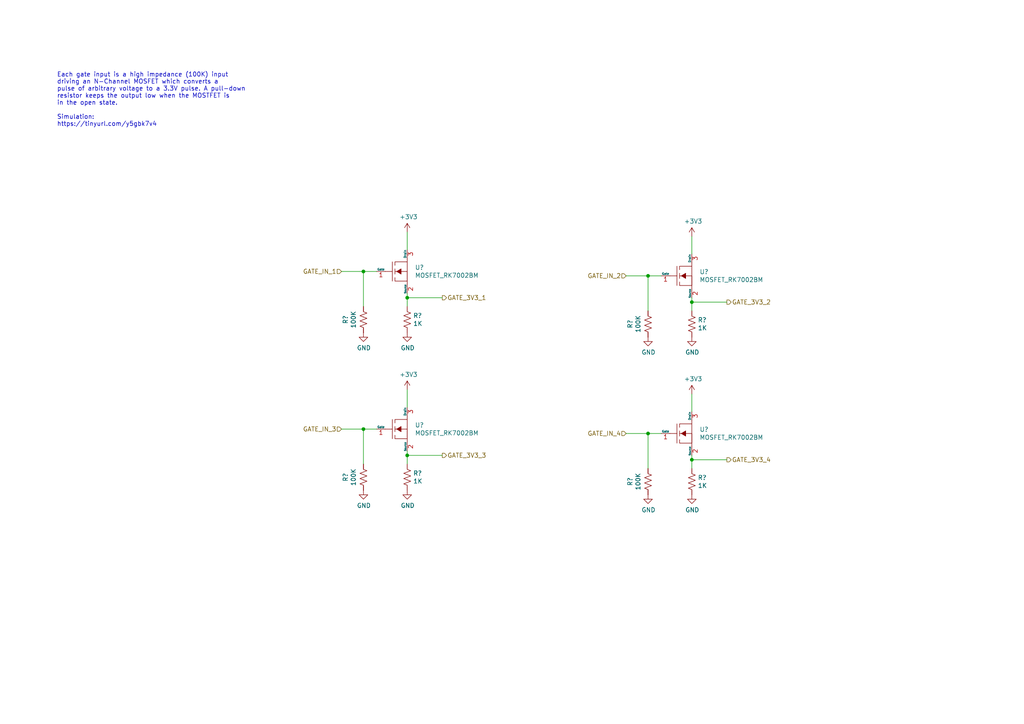
<source format=kicad_sch>
(kicad_sch (version 20211123) (generator eeschema)
  (paper "A4")
  (title_block (comment 1 "convert [0V, 8V] gate to [0V, 3.3V] gate"))
  (lib_symbols
    (symbol "Device:R_US" (pin_numbers hide) (pin_names (offset 0))
      (property "Reference" "R" (at 2.54 0 90))
      (property "Value" "R_US" (at -2.54 0 90))
      (symbol "R_US_0_1"
        (polyline (pts (xy 0 -2.286) (xy 0 -2.54)))
        (polyline (pts (xy 0 2.286) (xy 0 2.54)))
        (polyline (pts (xy 0 -0.762) (xy 1.016 -1.143) (xy 0 -1.524) (xy -1.016 -1.905) (xy 0 -2.286)))
        (polyline (pts (xy 0 0.762) (xy 1.016 0.381) (xy 0 0) (xy -1.016 -0.381) (xy 0 -0.762)))
        (polyline (pts (xy 0 2.286) (xy 1.016 1.905) (xy 0 1.524) (xy -1.016 1.143) (xy 0 0.762)))
      )
      (symbol "R_US_1_1"
        (pin passive line (at 0 3.81 270) (length 1.27) (name "~") (number "1"))
        (pin passive line (at 0 -3.81 90) (length 1.27) (name "~") (number "2"))
      )
    )
    (symbol "asmr-kicad:MOSFET_RK7002BM" (pin_names (offset 0))
      (property "Reference" "U" (at 1.27 0.508 0))
      (property "Value" "MOSFET_RK7002BM" (at 9.652 -1.778 0))
      (symbol "MOSFET_RK7002BM_0_1"
        (polyline (pts (xy -4.318 0) (xy -6.35 0)))
        (polyline (pts (xy -4.318 2.794) (xy -4.318 -2.794)))
        (polyline (pts (xy -3.556 -1.778) (xy -3.556 -2.794) (xy 0 -2.794) (xy 0 -1.778)))
        (polyline (pts (xy -3.048 0) (xy -1.778 0.762) (xy -1.778 -0.762) (xy -3.048 0)) (fill (type outline)))
        (polyline (pts (xy -3.556 -0.762) (xy -3.556 0.762) (xy -3.556 0) (xy 0 0) (xy 0 -1.778) (xy 0 -1.524)))
        (polyline (pts (xy -3.556 1.778) (xy -3.556 2.794) (xy 0 2.794) (xy 0 3.81) (xy 0 -2.794) (xy 0 -3.81)))
      )
      (symbol "MOSFET_RK7002BM_1_1"
        (pin input line (at -8.89 0 0) (length 2.54) (name "Gate") (number "1"))
        (pin input line (at 0 -6.35 90) (length 2.54) (name "Source") (number "2"))
        (pin input line (at 0 6.35 270) (length 2.54) (name "Drain") (number "3"))
      )
    )
    (symbol "power:+3.3V" (power) (pin_names (offset 0))
      (property "Value" "+3.3V" (at 0 3.556 0))
      (symbol "+3.3V_0_1"
        (polyline (pts (xy -0.762 1.27) (xy 0 2.54)))
        (polyline (pts (xy 0 0) (xy 0 2.54)))
        (polyline (pts (xy 0 2.54) (xy 0.762 1.27)))
      )
      (symbol "+3.3V_1_1"
        (pin power_in line (at 0 0 90) (length 0) hide (name "+3V3") (number "1"))
      )
    )
    (symbol "power:GND" (power) (pin_names (offset 0))
      (property "Value" "GND" (at 0 -3.81 0))
      (symbol "GND_0_1"
        (polyline (pts (xy 0 0) (xy 0 -1.27) (xy 1.27 -1.27) (xy 0 -2.54) (xy -1.27 -1.27) (xy 0 -1.27)))
      )
      (symbol "GND_1_1"
        (pin power_in line (at 0 0 270) (length 0) hide (name "GND") (number "1"))
      )
    )
  )
  (junction (at 200.66 133.35))
  (junction (at 118.11 86.36))
  (junction (at 105.41 78.74))
  (junction (at 187.96 125.73))
  (junction (at 118.11 132.08))
  (junction (at 187.96 80.01))
  (junction (at 105.41 124.46))
  (junction (at 200.66 87.63))
  (wire (pts (xy 118.11 86.36) (xy 118.11 88.9)))
  (wire (pts (xy 118.11 130.81) (xy 118.11 132.08)))
  (wire (pts (xy 200.66 87.63) (xy 210.82 87.63)))
  (wire (pts (xy 118.11 132.08) (xy 128.27 132.08)))
  (wire (pts (xy 187.96 80.01) (xy 191.77 80.01)))
  (wire (pts (xy 99.06 124.46) (xy 105.41 124.46)))
  (wire (pts (xy 105.41 124.46) (xy 109.22 124.46)))
  (wire (pts (xy 200.66 86.36) (xy 200.66 87.63)))
  (wire (pts (xy 187.96 125.73) (xy 191.77 125.73)))
  (wire (pts (xy 99.06 78.74) (xy 105.41 78.74)))
  (wire (pts (xy 118.11 67.31) (xy 118.11 72.39)))
  (wire (pts (xy 200.66 132.08) (xy 200.66 133.35)))
  (wire (pts (xy 105.41 134.62) (xy 105.41 124.46)))
  (wire (pts (xy 200.66 87.63) (xy 200.66 90.17)))
  (wire (pts (xy 200.66 133.35) (xy 200.66 135.89)))
  (wire (pts (xy 187.96 135.89) (xy 187.96 125.73)))
  (wire (pts (xy 200.66 114.3) (xy 200.66 119.38)))
  (wire (pts (xy 105.41 78.74) (xy 109.22 78.74)))
  (wire (pts (xy 200.66 133.35) (xy 210.82 133.35)))
  (wire (pts (xy 187.96 90.17) (xy 187.96 80.01)))
  (wire (pts (xy 105.41 88.9) (xy 105.41 78.74)))
  (wire (pts (xy 118.11 86.36) (xy 128.27 86.36)))
  (wire (pts (xy 200.66 68.58) (xy 200.66 73.66)))
  (wire (pts (xy 118.11 113.03) (xy 118.11 118.11)))
  (wire (pts (xy 118.11 132.08) (xy 118.11 134.62)))
  (wire (pts (xy 118.11 85.09) (xy 118.11 86.36)))
  (wire (pts (xy 181.61 80.01) (xy 187.96 80.01)))
  (wire (pts (xy 181.61 125.73) (xy 187.96 125.73)))
  (text "Each gate input is a high impedance (100K) input\ndriving an N-Channel MOSFET which converts a\npulse of arbitrary voltage to a 3.3V pulse. A pull-down\nresistor keeps the output low when the MOSTFET is\nin the open state.\n\nSimulation:\nhttps://tinyurl.com/y5gbk7v4" (at 16.51 36.83 0) (effects (font (size 1.27 1.27)) (justify left bottom)))
  (hierarchical_label "GATE_IN_1" (shape input) (at 99.06 78.74 180))
  (hierarchical_label "GATE_IN_3" (shape input) (at 99.06 124.46 180))
  (hierarchical_label "GATE_IN_4" (shape input) (at 181.61 125.73 180))
  (hierarchical_label "GATE_3V3_4" (shape output) (at 210.82 133.35 0))
  (hierarchical_label "GATE_3V3_2" (shape output) (at 210.82 87.63 0))
  (hierarchical_label "GATE_3V3_1" (shape output) (at 128.27 86.36 0))
  (hierarchical_label "GATE_IN_2" (shape input) (at 181.61 80.01 180))
  (hierarchical_label "GATE_3V3_3" (shape output) (at 128.27 132.08 0))
  (symbol (lib_id "power:GND") (at 105.41 96.52 0) (unit 1)
    (property "Reference" "#PWR?" (effects hide))
    (property "Value" "GND" (at 105.537 100.9142 0))
  )
  (symbol (lib_id "power:GND") (at 118.11 96.52 0) (unit 1)
    (property "Reference" "#PWR?" (effects hide))
    (property "Value" "GND" (at 118.237 100.9142 0))
  )
  (symbol (lib_id "power:GND") (at 187.96 97.79 0) (unit 1)
    (property "Reference" "#PWR?" (effects hide))
    (property "Value" "GND" (at 188.087 102.1842 0))
  )
  (symbol (lib_id "power:GND") (at 200.66 97.79 0) (unit 1)
    (property "Reference" "#PWR?" (effects hide))
    (property "Value" "GND" (at 200.787 102.1842 0))
  )
  (symbol (lib_id "power:GND") (at 187.96 143.51 0) (unit 1)
    (property "Reference" "#PWR?" (effects hide))
    (property "Value" "GND" (at 188.087 147.9042 0))
  )
  (symbol (lib_id "power:GND") (at 200.66 143.51 0) (unit 1)
    (property "Reference" "#PWR?" (effects hide))
    (property "Value" "GND" (at 200.787 147.9042 0))
  )
  (symbol (lib_id "power:GND") (at 105.41 142.24 0) (unit 1)
    (property "Reference" "#PWR?" (effects hide))
    (property "Value" "GND" (at 105.537 146.6342 0))
  )
  (symbol (lib_id "power:GND") (at 118.11 142.24 0) (unit 1)
    (property "Reference" "#PWR?" (effects hide))
    (property "Value" "GND" (at 118.237 146.6342 0))
  )
  (symbol (lib_id "asmr-kicad:MOSFET_RK7002BM") (at 118.11 78.74 0) (unit 1)
    (property "Reference" "U?" (at 120.3452 77.5716 0) (effects (justify left)))
    (property "Value" "MOSFET_RK7002BM" (at 120.3452 79.883 0) (effects (justify left)))
    (property "Footprint" "Package_TO_SOT_SMD:SOT-23" (effects hide))
    (property "Datasheet" "https://www.mouser.com/datasheet/2/348/rk7002bmt116-e-1873208.pdf" (effects hide))
    (property "mpn" "RK7002BMT116" (effects hide))
  )
  (symbol (lib_id "Device:R_US") (at 105.41 92.71 0) (unit 1)
    (property "Reference" "R?" (at 100.203 92.71 90))
    (property "Value" "100K" (at 102.5144 92.71 90))
  )
  (symbol (lib_id "Device:R_US") (at 118.11 92.71 0) (unit 1)
    (property "Reference" "R?" (at 119.8372 91.5416 0) (effects (justify left)))
    (property "Value" "1K" (at 119.8372 93.853 0) (effects (justify left)))
  )
  (symbol (lib_id "power:+3.3V") (at 118.11 67.31 0) (unit 1)
    (property "Reference" "#PWR?" (effects hide))
    (property "Value" "+3.3V" (at 118.491 62.9158 0))
  )
  (symbol (lib_id "asmr-kicad:MOSFET_RK7002BM") (at 118.11 124.46 0) (unit 1)
    (property "Reference" "U?" (at 120.3452 123.2916 0) (effects (justify left)))
    (property "Value" "MOSFET_RK7002BM" (at 120.3452 125.603 0) (effects (justify left)))
    (property "Footprint" "Package_TO_SOT_SMD:SOT-23" (effects hide))
    (property "Datasheet" "https://www.mouser.com/datasheet/2/348/rk7002bmt116-e-1873208.pdf" (effects hide))
    (property "mpn" "RK7002BMT116" (effects hide))
  )
  (symbol (lib_id "Device:R_US") (at 105.41 138.43 0) (unit 1)
    (property "Reference" "R?" (at 100.203 138.43 90))
    (property "Value" "100K" (at 102.5144 138.43 90))
  )
  (symbol (lib_id "Device:R_US") (at 118.11 138.43 0) (unit 1)
    (property "Reference" "R?" (at 119.8372 137.2616 0) (effects (justify left)))
    (property "Value" "1K" (at 119.8372 139.573 0) (effects (justify left)))
  )
  (symbol (lib_id "power:+3.3V") (at 118.11 113.03 0) (unit 1)
    (property "Reference" "#PWR?" (effects hide))
    (property "Value" "+3.3V" (at 118.491 108.6358 0))
  )
  (symbol (lib_id "asmr-kicad:MOSFET_RK7002BM") (at 200.66 80.01 0) (unit 1)
    (property "Reference" "U?" (at 202.8952 78.8416 0) (effects (justify left)))
    (property "Value" "MOSFET_RK7002BM" (at 202.8952 81.153 0) (effects (justify left)))
    (property "Footprint" "Package_TO_SOT_SMD:SOT-23" (effects hide))
    (property "Datasheet" "https://www.mouser.com/datasheet/2/348/rk7002bmt116-e-1873208.pdf" (effects hide))
    (property "mpn" "RK7002BMT116" (effects hide))
  )
  (symbol (lib_id "Device:R_US") (at 187.96 93.98 0) (unit 1)
    (property "Reference" "R?" (at 182.753 93.98 90))
    (property "Value" "100K" (at 185.0644 93.98 90))
  )
  (symbol (lib_id "Device:R_US") (at 200.66 93.98 0) (unit 1)
    (property "Reference" "R?" (at 202.3872 92.8116 0) (effects (justify left)))
    (property "Value" "1K" (at 202.3872 95.123 0) (effects (justify left)))
  )
  (symbol (lib_id "power:+3.3V") (at 200.66 68.58 0) (unit 1)
    (property "Reference" "#PWR?" (effects hide))
    (property "Value" "+3.3V" (at 201.041 64.1858 0))
  )
  (symbol (lib_id "asmr-kicad:MOSFET_RK7002BM") (at 200.66 125.73 0) (unit 1)
    (property "Reference" "U?" (at 202.8952 124.5616 0) (effects (justify left)))
    (property "Value" "MOSFET_RK7002BM" (at 202.8952 126.873 0) (effects (justify left)))
    (property "Footprint" "Package_TO_SOT_SMD:SOT-23" (effects hide))
    (property "Datasheet" "https://www.mouser.com/datasheet/2/348/rk7002bmt116-e-1873208.pdf" (effects hide))
    (property "mpn" "RK7002BMT116" (effects hide))
  )
  (symbol (lib_id "Device:R_US") (at 187.96 139.7 0) (unit 1)
    (property "Reference" "R?" (at 182.753 139.7 90))
    (property "Value" "100K" (at 185.0644 139.7 90))
  )
  (symbol (lib_id "Device:R_US") (at 200.66 139.7 0) (unit 1)
    (property "Reference" "R?" (at 202.3872 138.5316 0) (effects (justify left)))
    (property "Value" "1K" (at 202.3872 140.843 0) (effects (justify left)))
  )
  (symbol (lib_id "power:+3.3V") (at 200.66 114.3 0) (unit 1)
    (property "Reference" "#PWR?" (effects hide))
    (property "Value" "+3.3V" (at 201.041 109.9058 0))
  )
)
</source>
